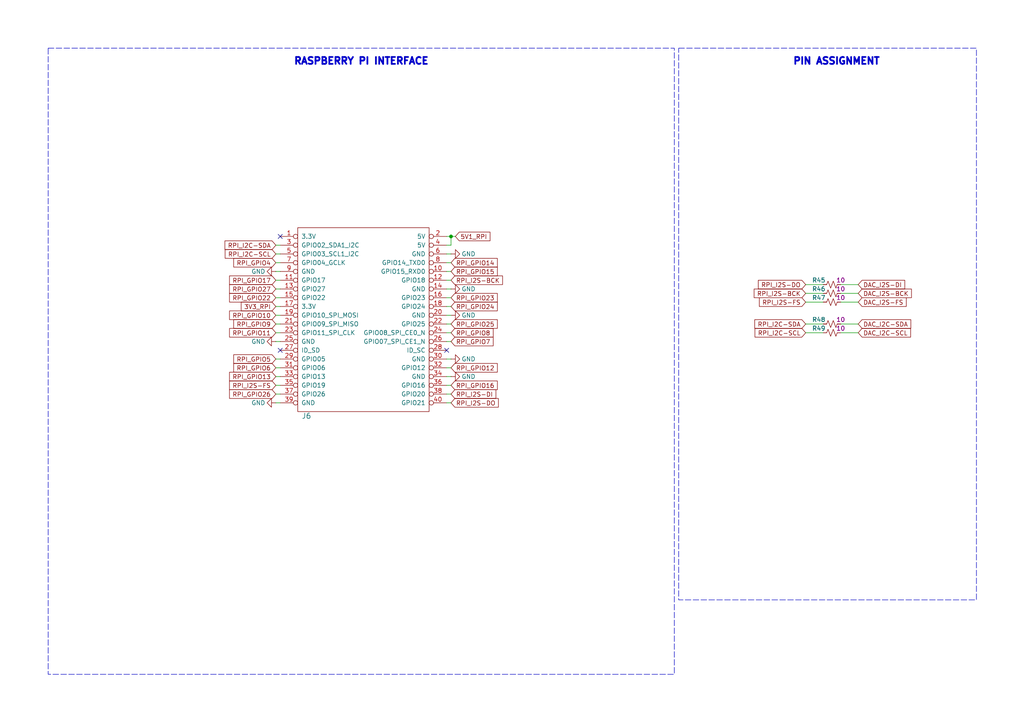
<source format=kicad_sch>
(kicad_sch (version 20250114) (generator "eeschema") (generator_version "9.0")
  (paper "A4")
  (title_block (title "LightSABRE DAC") (date "2026-01-09") (rev "1.0") (company "itz-embedded") (comment 1 "Author: D. Murgia"))
  (lib_symbols
    (symbol "dm_CONN:RPi-GPIO-SKT-TH-EXT_002" (pin_names (offset 1.016))
      (property "Reference" "J" (at -16.51 -27.94 0))
      (symbol "RPi-GPIO-SKT-TH-EXT_002_0_1"
        (rectangle (start -17.78 26.67) (end 20.32 -26.67))
      )
      (symbol "RPi-GPIO-SKT-TH-EXT_002_1_1"
        (pin power_in inverted (at -22.86 24.13 0) (length 5.08) (name "3.3V") (number "1"))
        (pin bidirectional inverted (at -22.86 21.59 0) (length 5.08) (name "GPIO02_SDA1_I2C") (number "3"))
        (pin bidirectional inverted (at -22.86 19.05 0) (length 5.08) (name "GPIO03_SCL1_I2C") (number "5"))
        (pin bidirectional inverted (at -22.86 16.51 0) (length 5.08) (name "GPIO04_GCLK") (number "7"))
        (pin power_in inverted (at -22.86 13.97 0) (length 5.08) (name "GND") (number "9"))
        (pin bidirectional inverted (at -22.86 11.43 0) (length 5.08) (name "GPIO17") (number "11"))
        (pin bidirectional inverted (at -22.86 8.89 0) (length 5.08) (name "GPIO27") (number "13"))
        (pin bidirectional inverted (at -22.86 6.35 0) (length 5.08) (name "GPIO22") (number "15"))
        (pin power_in inverted (at -22.86 3.81 0) (length 5.08) (name "3.3V") (number "17"))
        (pin bidirectional inverted (at -22.86 1.27 0) (length 5.08) (name "GPIO10_SPI_MOSI") (number "19"))
        (pin bidirectional inverted (at -22.86 -1.27 0) (length 5.08) (name "GPIO09_SPI_MISO") (number "21"))
        (pin bidirectional inverted (at -22.86 -3.81 0) (length 5.08) (name "GPIO11_SPI_CLK") (number "23"))
        (pin power_in inverted (at -22.86 -6.35 0) (length 5.08) (name "GND") (number "25"))
        (pin bidirectional inverted (at -22.86 -8.89 0) (length 5.08) (name "ID_SD") (number "27"))
        (pin bidirectional inverted (at -22.86 -11.43 0) (length 5.08) (name "GPIO05") (number "29"))
        (pin bidirectional inverted (at -22.86 -13.97 0) (length 5.08) (name "GPIO06") (number "31"))
        (pin bidirectional inverted (at -22.86 -16.51 0) (length 5.08) (name "GPIO13") (number "33"))
        (pin bidirectional inverted (at -22.86 -19.05 0) (length 5.08) (name "GPIO19") (number "35"))
        (pin bidirectional inverted (at -22.86 -21.59 0) (length 5.08) (name "GPIO26") (number "37"))
        (pin power_in inverted (at -22.86 -24.13 0) (length 5.08) (name "GND") (number "39"))
        (pin power_in inverted (at 25.4 24.13 180) (length 5.08) (name "5V") (number "2"))
        (pin power_in inverted (at 25.4 21.59 180) (length 5.08) (name "5V") (number "4"))
        (pin power_in inverted (at 25.4 19.05 180) (length 5.08) (name "GND") (number "6"))
        (pin bidirectional inverted (at 25.4 16.51 180) (length 5.08) (name "GPIO14_TXD0") (number "8"))
        (pin bidirectional inverted (at 25.4 13.97 180) (length 5.08) (name "GPIO15_RXD0") (number "10"))
        (pin bidirectional inverted (at 25.4 11.43 180) (length 5.08) (name "GPIO18") (number "12"))
        (pin power_in inverted (at 25.4 8.89 180) (length 5.08) (name "GND") (number "14"))
        (pin bidirectional inverted (at 25.4 6.35 180) (length 5.08) (name "GPIO23") (number "16"))
        (pin bidirectional inverted (at 25.4 3.81 180) (length 5.08) (name "GPIO24") (number "18"))
        (pin power_in inverted (at 25.4 1.27 180) (length 5.08) (name "GND") (number "20"))
        (pin bidirectional inverted (at 25.4 -1.27 180) (length 5.08) (name "GPIO25") (number "22"))
        (pin bidirectional inverted (at 25.4 -3.81 180) (length 5.08) (name "GPIO08_SPI_CE0_N") (number "24"))
        (pin bidirectional inverted (at 25.4 -6.35 180) (length 5.08) (name "GPIO07_SPI_CE1_N") (number "26"))
        (pin bidirectional inverted (at 25.4 -8.89 180) (length 5.08) (name "ID_SC") (number "28"))
        (pin power_in inverted (at 25.4 -11.43 180) (length 5.08) (name "GND") (number "30"))
        (pin bidirectional inverted (at 25.4 -13.97 180) (length 5.08) (name "GPIO12") (number "32"))
        (pin power_in inverted (at 25.4 -16.51 180) (length 5.08) (name "GND") (number "34"))
        (pin bidirectional inverted (at 25.4 -19.05 180) (length 5.08) (name "GPIO16") (number "36"))
        (pin bidirectional inverted (at 25.4 -21.59 180) (length 5.08) (name "GPIO20") (number "38"))
        (pin bidirectional inverted (at 25.4 -24.13 180) (length 5.08) (name "GPIO21") (number "40"))
      )
    )
    (symbol "dm_RES_SMD:RES-10-1%-0.063W-0402_002" (pin_numbers (hide yes)) (pin_names (offset 0.254) (hide yes))
      (property "Reference" "R" (at 2.54 1.27 0))
      (property "Resistance" "10" (at 2.54 -1.27 0))
      (symbol "RES-10-1%-0.063W-0402_002_1_1"
        (polyline (pts (xy 0 1.524) (xy 1.016 1.143) (xy 0 0.762) (xy -1.016 0.381) (xy 0 0)))
        (polyline (pts (xy 0 0) (xy 1.016 -0.381) (xy 0 -0.762) (xy -1.016 -1.143) (xy 0 -1.524)))
        (pin passive line (at 0 2.54 270) (length 1.016) (name "~") (number "1"))
        (pin passive line (at 0 -2.54 90) (length 1.016) (name "~") (number "2"))
      )
    )
    (symbol "power:GND" (power) (pin_numbers (hide yes)) (pin_names (offset 0) (hide yes))
      (property "Value" "GND" (at 0 -3.81 0))
      (symbol "GND_0_1"
        (polyline (pts (xy 0 0) (xy 0 -1.27) (xy 1.27 -1.27) (xy 0 -2.54) (xy -1.27 -1.27) (xy 0 -1.27)))
      )
      (symbol "GND_1_1"
        (pin power_in line (at 0 0 270) (length 0) (name "~") (number "1"))
      )
    )
  )
  (rectangle (start 13.97 13.97) (end 195.58 195.58) (stroke (width 0) (type dash)))
  (rectangle (start 196.85 13.97) (end 283.21 173.99) (stroke (width 0) (type dash)))
  (text "PIN ASSIGNMENT" (at 229.87 19.05 0) (effects (font (size 2 2) (thickness 0.4978) (bold yes)) (justify left bottom)))
  (text "RASPBERRY PI INTERFACE" (at 85.09 19.05 0) (effects (font (size 2 2) (thickness 0.4978) (bold yes)) (justify left bottom)))
  (junction (at 130.81 68.58))
  (no_connect (at 81.28 68.58))
  (no_connect (at 129.54 101.6))
  (no_connect (at 81.28 101.6))
  (wire (pts (xy 233.68 82.55) (xy 238.76 82.55)))
  (wire (pts (xy 130.81 68.58) (xy 132.08 68.58)))
  (wire (pts (xy 81.28 78.74) (xy 80.01 78.74)))
  (wire (pts (xy 80.01 76.2) (xy 81.28 76.2)))
  (wire (pts (xy 80.01 71.12) (xy 81.28 71.12)))
  (wire (pts (xy 233.68 93.98) (xy 238.76 93.98)))
  (wire (pts (xy 129.54 88.9) (xy 130.81 88.9)))
  (wire (pts (xy 129.54 78.74) (xy 130.81 78.74)))
  (wire (pts (xy 233.68 87.63) (xy 238.76 87.63)))
  (wire (pts (xy 243.84 93.98) (xy 248.92 93.98)))
  (wire (pts (xy 81.28 81.28) (xy 80.01 81.28)))
  (wire (pts (xy 81.28 116.84) (xy 80.01 116.84)))
  (wire (pts (xy 130.81 71.12) (xy 130.81 68.58)))
  (wire (pts (xy 130.81 106.68) (xy 129.54 106.68)))
  (wire (pts (xy 243.84 85.09) (xy 248.92 85.09)))
  (wire (pts (xy 130.81 104.14) (xy 129.54 104.14)))
  (wire (pts (xy 129.54 96.52) (xy 130.81 96.52)))
  (wire (pts (xy 130.81 114.3) (xy 129.54 114.3)))
  (wire (pts (xy 130.81 91.44) (xy 129.54 91.44)))
  (wire (pts (xy 243.84 87.63) (xy 248.92 87.63)))
  (wire (pts (xy 80.01 114.3) (xy 81.28 114.3)))
  (wire (pts (xy 130.81 81.28) (xy 129.54 81.28)))
  (wire (pts (xy 81.28 99.06) (xy 80.01 99.06)))
  (wire (pts (xy 130.81 73.66) (xy 129.54 73.66)))
  (wire (pts (xy 81.28 104.14) (xy 80.01 104.14)))
  (wire (pts (xy 130.81 109.22) (xy 129.54 109.22)))
  (wire (pts (xy 80.01 93.98) (xy 81.28 93.98)))
  (wire (pts (xy 130.81 68.58) (xy 129.54 68.58)))
  (wire (pts (xy 80.01 73.66) (xy 81.28 73.66)))
  (wire (pts (xy 81.28 83.82) (xy 80.01 83.82)))
  (wire (pts (xy 233.68 96.52) (xy 238.76 96.52)))
  (wire (pts (xy 80.01 96.52) (xy 81.28 96.52)))
  (wire (pts (xy 129.54 99.06) (xy 130.81 99.06)))
  (wire (pts (xy 233.68 85.09) (xy 238.76 85.09)))
  (wire (pts (xy 243.84 96.52) (xy 248.92 96.52)))
  (wire (pts (xy 80.01 91.44) (xy 81.28 91.44)))
  (wire (pts (xy 81.28 86.36) (xy 80.01 86.36)))
  (wire (pts (xy 81.28 106.68) (xy 80.01 106.68)))
  (wire (pts (xy 129.54 93.98) (xy 130.81 93.98)))
  (wire (pts (xy 80.01 88.9) (xy 81.28 88.9)))
  (wire (pts (xy 130.81 116.84) (xy 129.54 116.84)))
  (wire (pts (xy 130.81 83.82) (xy 129.54 83.82)))
  (wire (pts (xy 129.54 71.12) (xy 130.81 71.12)))
  (wire (pts (xy 130.81 86.36) (xy 129.54 86.36)))
  (wire (pts (xy 81.28 109.22) (xy 80.01 109.22)))
  (wire (pts (xy 129.54 76.2) (xy 130.81 76.2)))
  (wire (pts (xy 129.54 111.76) (xy 130.81 111.76)))
  (wire (pts (xy 80.01 111.76) (xy 81.28 111.76)))
  (wire (pts (xy 243.84 82.55) (xy 248.92 82.55)))
  (global_label "RPI_GPIO25" (shape input) (at 130.81 93.98 0) (property "Intersheetrefs" "${INTERSHEET_REFS}" (effects (hide yes))))
  (global_label "RPI_GPIO15" (shape input) (at 130.81 78.74 0) (property "Intersheetrefs" "${INTERSHEET_REFS}" (effects (hide yes))))
  (global_label "RPI_I2S-DI" (shape input) (at 130.81 114.3 0) (property "Intersheetrefs" "${INTERSHEET_REFS}" (effects (hide yes))))
  (global_label "RPI_GPIO7" (shape input) (at 130.81 99.06 0) (property "Intersheetrefs" "${INTERSHEET_REFS}" (effects (hide yes))))
  (global_label "RPI_I2C-SCL" (shape input) (at 233.68 96.52 180) (property "Intersheetrefs" "${INTERSHEET_REFS}" (effects (hide yes))))
  (global_label "RPI_GPIO27" (shape input) (at 80.01 83.82 180) (property "Intersheetrefs" "${INTERSHEET_REFS}" (effects (hide yes))))
  (global_label "RPI_GPIO23" (shape input) (at 130.81 86.36 0) (property "Intersheetrefs" "${INTERSHEET_REFS}" (effects (hide yes))))
  (global_label "RPI_GPIO6" (shape input) (at 80.01 106.68 180) (property "Intersheetrefs" "${INTERSHEET_REFS}" (effects (hide yes))))
  (global_label "RPI_I2S-DO" (shape input) (at 130.81 116.84 0) (property "Intersheetrefs" "${INTERSHEET_REFS}" (effects (hide yes))))
  (global_label "RPI_GPIO17" (shape input) (at 80.01 81.28 180) (property "Intersheetrefs" "${INTERSHEET_REFS}" (effects (hide yes))))
  (global_label "DAC_I2S-DI" (shape input) (at 248.92 82.55 0) (property "Intersheetrefs" "${INTERSHEET_REFS}" (effects (hide yes))))
  (global_label "RPI_GPIO26" (shape input) (at 80.01 114.3 180) (property "Intersheetrefs" "${INTERSHEET_REFS}" (effects (hide yes))))
  (global_label "RPI_GPIO10" (shape input) (at 80.01 91.44 180) (property "Intersheetrefs" "${INTERSHEET_REFS}" (effects (hide yes))))
  (global_label "RPI_I2S-FS" (shape input) (at 233.68 87.63 180) (property "Intersheetrefs" "${INTERSHEET_REFS}" (effects (hide yes))))
  (global_label "RPI_GPIO8" (shape input) (at 130.81 96.52 0) (property "Intersheetrefs" "${INTERSHEET_REFS}" (effects (hide yes))))
  (global_label "RPI_GPIO9" (shape input) (at 80.01 93.98 180) (property "Intersheetrefs" "${INTERSHEET_REFS}" (effects (hide yes))))
  (global_label "RPI_GPIO14" (shape input) (at 130.81 76.2 0) (property "Intersheetrefs" "${INTERSHEET_REFS}" (effects (hide yes))))
  (global_label "5V1_RPI" (shape input) (at 132.08 68.58 0) (property "Intersheetrefs" "${INTERSHEET_REFS}" (effects (hide yes))))
  (global_label "RPI_I2S-BCK" (shape input) (at 233.68 85.09 180) (property "Intersheetrefs" "${INTERSHEET_REFS}" (effects (hide yes))))
  (global_label "DAC_I2C-SCL" (shape input) (at 248.92 96.52 0) (property "Intersheetrefs" "${INTERSHEET_REFS}" (effects (hide yes))))
  (global_label "RPI_I2C-SDA" (shape input) (at 233.68 93.98 180) (property "Intersheetrefs" "${INTERSHEET_REFS}" (effects (hide yes))))
  (global_label "RPI_I2S-BCK" (shape input) (at 130.81 81.28 0) (property "Intersheetrefs" "${INTERSHEET_REFS}" (effects (hide yes))))
  (global_label "DAC_I2S-FS" (shape input) (at 248.92 87.63 0) (property "Intersheetrefs" "${INTERSHEET_REFS}" (effects (hide yes))))
  (global_label "RPI_GPIO11" (shape input) (at 80.01 96.52 180) (property "Intersheetrefs" "${INTERSHEET_REFS}" (effects (hide yes))))
  (global_label "RPI_I2S-DO" (shape input) (at 233.68 82.55 180) (property "Intersheetrefs" "${INTERSHEET_REFS}" (effects (hide yes))))
  (global_label "RPI_GPIO24" (shape input) (at 130.81 88.9 0) (property "Intersheetrefs" "${INTERSHEET_REFS}" (effects (hide yes))))
  (global_label "RPI_GPIO16" (shape input) (at 130.81 111.76 0) (property "Intersheetrefs" "${INTERSHEET_REFS}" (effects (hide yes))))
  (global_label "RPI_I2C-SDA" (shape input) (at 80.01 71.12 180) (property "Intersheetrefs" "${INTERSHEET_REFS}" (effects (hide yes))))
  (global_label "RPI_GPIO12" (shape input) (at 130.81 106.68 0) (property "Intersheetrefs" "${INTERSHEET_REFS}" (effects (hide yes))))
  (global_label "RPI_I2C-SCL" (shape input) (at 80.01 73.66 180) (property "Intersheetrefs" "${INTERSHEET_REFS}" (effects (hide yes))))
  (global_label "DAC_I2C-SDA" (shape input) (at 248.92 93.98 0) (property "Intersheetrefs" "${INTERSHEET_REFS}" (effects (hide yes))))
  (global_label "RPI_GPIO4" (shape input) (at 80.01 76.2 180) (property "Intersheetrefs" "${INTERSHEET_REFS}" (effects (hide yes))))
  (global_label "3V3_RPI" (shape input) (at 80.01 88.9 180) (property "Intersheetrefs" "${INTERSHEET_REFS}" (effects (hide yes))))
  (global_label "RPI_I2S-FS" (shape input) (at 80.01 111.76 180) (property "Intersheetrefs" "${INTERSHEET_REFS}" (effects (hide yes))))
  (global_label "RPI_GPIO13" (shape input) (at 80.01 109.22 180) (property "Intersheetrefs" "${INTERSHEET_REFS}" (effects (hide yes))))
  (global_label "RPI_GPIO5" (shape input) (at 80.01 104.14 180) (property "Intersheetrefs" "${INTERSHEET_REFS}" (effects (hide yes))))
  (global_label "DAC_I2S-BCK" (shape input) (at 248.92 85.09 0) (property "Intersheetrefs" "${INTERSHEET_REFS}" (effects (hide yes))))
  (global_label "RPI_GPIO22" (shape input) (at 80.01 86.36 180) (property "Intersheetrefs" "${INTERSHEET_REFS}" (effects (hide yes))))
  (symbol (lib_id "power:GND") (at 130.81 91.44 90) (unit 1)
    (property "Reference" "#PWR037" (effects (hide yes)))
    (property "Value" "GND" (at 135.89 91.44 90))
    (property "Description" "Power symbol creates a global label with name \"GND\" , ground" (effects (hide yes)))
  )
  (symbol (lib_id "dm_RES_SMD:RES-10-1%-0.063W-0402_002") (at 241.3 87.63 90) (unit 1)
    (property "Reference" "R47" (at 237.49 86.36 90))
    (property "Value" "RES-10-1%-0.063W-0402_002" (effects (hide yes)))
    (property "Footprint" "Resistor_SMD:R_0402_1005Metric" (effects (hide yes)))
    (property "Description" "FOJAN 10 Ohms ±1% 0.063W, 1/16W Chip Resistor 0402" (effects (hide yes)))
    (property "Descr" "RES 10 OHM 1% 1/16W 0402" (effects (hide yes)))
    (property "MPN" "FRC0402F10R0TS" (effects (hide yes)))
    (property "LCSC" "C2906862" (effects (hide yes)))
    (property "MOUSER" "-" (effects (hide yes)))
    (property "DIGIKEY" "-" (effects (hide yes)))
    (property "Resistance" "10" (at 243.84 86.36 90))
  )
  (symbol (lib_id "power:GND") (at 130.81 73.66 90) (unit 1)
    (property "Reference" "#PWR035" (effects (hide yes)))
    (property "Value" "GND" (at 135.89 73.66 90))
    (property "Description" "Power symbol creates a global label with name \"GND\" , ground" (effects (hide yes)))
  )
  (symbol (lib_id "power:GND") (at 130.81 109.22 90) (unit 1)
    (property "Reference" "#PWR039" (effects (hide yes)))
    (property "Value" "GND" (at 135.89 109.22 90))
    (property "Description" "Power symbol creates a global label with name \"GND\" , ground" (effects (hide yes)))
  )
  (symbol (lib_id "dm_CONN:RPi-GPIO-SKT-TH-EXT_002") (at 104.14 92.71 0) (unit 1)
    (property "Reference" "J6" (at 88.9 120.65 0) (effects (font (size 1.524 1.524))))
    (property "Value" "RPi-GPIO-SKT-TH-EXT_002" (effects (hide yes)))
    (property "Footprint" "dm_CONN:SKT-02x20-TH-EXT" (effects (hide yes)))
    (property "Datasheet" "https://www.lcsc.com/datasheet/lcsc_datasheet_1811132110_BOOMELE-Boom-Precision-Elec-2-54-2-20PPC104_C35165.pdf" (effects (hide yes)))
    (property "Description" "Connector Socket Through Hole 40 position 02x20 0.100\" (2.54mm) Extended Pins" (effects (hide yes)))
    (property "Descr" "CONN SOCKET TH 40POS 02X20 2.54MM EXT PIN" (effects (hide yes)))
    (property "MPN" "2.54-2*20PPC104" (effects (hide yes)))
    (property "LCSC" "C35165" (effects (hide yes)))
    (property "MOUSER" "-" (effects (hide yes)))
    (property "DIGIKEY" "-" (effects (hide yes)))
  )
  (symbol (lib_id "power:GND") (at 80.01 99.06 270) (unit 1)
    (property "Reference" "#PWR033" (effects (hide yes)))
    (property "Value" "GND" (at 74.93 99.06 90))
    (property "Description" "Power symbol creates a global label with name \"GND\" , ground" (effects (hide yes)))
  )
  (symbol (lib_id "power:GND") (at 80.01 116.84 270) (unit 1)
    (property "Reference" "#PWR034" (effects (hide yes)))
    (property "Value" "GND" (at 74.93 116.84 90))
    (property "Description" "Power symbol creates a global label with name \"GND\" , ground" (effects (hide yes)))
  )
  (symbol (lib_id "power:GND") (at 130.81 104.14 90) (unit 1)
    (property "Reference" "#PWR038" (effects (hide yes)))
    (property "Value" "GND" (at 135.89 104.14 90))
    (property "Description" "Power symbol creates a global label with name \"GND\" , ground" (effects (hide yes)))
  )
  (symbol (lib_id "power:GND") (at 80.01 78.74 270) (unit 1)
    (property "Reference" "#PWR032" (effects (hide yes)))
    (property "Value" "GND" (at 74.93 78.74 90))
    (property "Description" "Power symbol creates a global label with name \"GND\" , ground" (effects (hide yes)))
  )
  (symbol (lib_id "dm_RES_SMD:RES-10-1%-0.063W-0402_002") (at 241.3 93.98 90) (unit 1)
    (property "Reference" "R48" (at 237.49 92.71 90))
    (property "Value" "RES-10-1%-0.063W-0402_002" (effects (hide yes)))
    (property "Footprint" "Resistor_SMD:R_0402_1005Metric" (effects (hide yes)))
    (property "Description" "FOJAN 10 Ohms ±1% 0.063W, 1/16W Chip Resistor 0402" (effects (hide yes)))
    (property "Descr" "RES 10 OHM 1% 1/16W 0402" (effects (hide yes)))
    (property "MPN" "FRC0402F10R0TS" (effects (hide yes)))
    (property "LCSC" "C2906862" (effects (hide yes)))
    (property "MOUSER" "-" (effects (hide yes)))
    (property "DIGIKEY" "-" (effects (hide yes)))
    (property "Resistance" "10" (at 243.84 92.71 90))
  )
  (symbol (lib_id "power:GND") (at 130.81 83.82 90) (unit 1)
    (property "Reference" "#PWR036" (effects (hide yes)))
    (property "Value" "GND" (at 135.89 83.82 90))
    (property "Description" "Power symbol creates a global label with name \"GND\" , ground" (effects (hide yes)))
  )
  (symbol (lib_id "dm_RES_SMD:RES-10-1%-0.063W-0402_002") (at 241.3 96.52 90) (unit 1)
    (property "Reference" "R49" (at 237.49 95.25 90))
    (property "Value" "RES-10-1%-0.063W-0402_002" (effects (hide yes)))
    (property "Footprint" "Resistor_SMD:R_0402_1005Metric" (effects (hide yes)))
    (property "Description" "FOJAN 10 Ohms ±1% 0.063W, 1/16W Chip Resistor 0402" (effects (hide yes)))
    (property "Descr" "RES 10 OHM 1% 1/16W 0402" (effects (hide yes)))
    (property "MPN" "FRC0402F10R0TS" (effects (hide yes)))
    (property "LCSC" "C2906862" (effects (hide yes)))
    (property "MOUSER" "-" (effects (hide yes)))
    (property "DIGIKEY" "-" (effects (hide yes)))
    (property "Resistance" "10" (at 243.84 95.25 90))
  )
  (symbol (lib_id "dm_RES_SMD:RES-10-1%-0.063W-0402_002") (at 241.3 82.55 90) (unit 1)
    (property "Reference" "R45" (at 237.49 81.28 90))
    (property "Value" "RES-10-1%-0.063W-0402_002" (effects (hide yes)))
    (property "Footprint" "Resistor_SMD:R_0402_1005Metric" (effects (hide yes)))
    (property "Description" "FOJAN 10 Ohms ±1% 0.063W, 1/16W Chip Resistor 0402" (effects (hide yes)))
    (property "Descr" "RES 10 OHM 1% 1/16W 0402" (effects (hide yes)))
    (property "MPN" "FRC0402F10R0TS" (effects (hide yes)))
    (property "LCSC" "C2906862" (effects (hide yes)))
    (property "MOUSER" "-" (effects (hide yes)))
    (property "DIGIKEY" "-" (effects (hide yes)))
    (property "Resistance" "10" (at 243.84 81.28 90))
  )
  (symbol (lib_id "dm_RES_SMD:RES-10-1%-0.063W-0402_002") (at 241.3 85.09 90) (unit 1)
    (property "Reference" "R46" (at 237.49 83.82 90))
    (property "Value" "RES-10-1%-0.063W-0402_002" (effects (hide yes)))
    (property "Footprint" "Resistor_SMD:R_0402_1005Metric" (effects (hide yes)))
    (property "Description" "FOJAN 10 Ohms ±1% 0.063W, 1/16W Chip Resistor 0402" (effects (hide yes)))
    (property "Descr" "RES 10 OHM 1% 1/16W 0402" (effects (hide yes)))
    (property "MPN" "FRC0402F10R0TS" (effects (hide yes)))
    (property "LCSC" "C2906862" (effects (hide yes)))
    (property "MOUSER" "-" (effects (hide yes)))
    (property "DIGIKEY" "-" (effects (hide yes)))
    (property "Resistance" "10" (at 243.84 83.82 90))
  )
)
</source>
